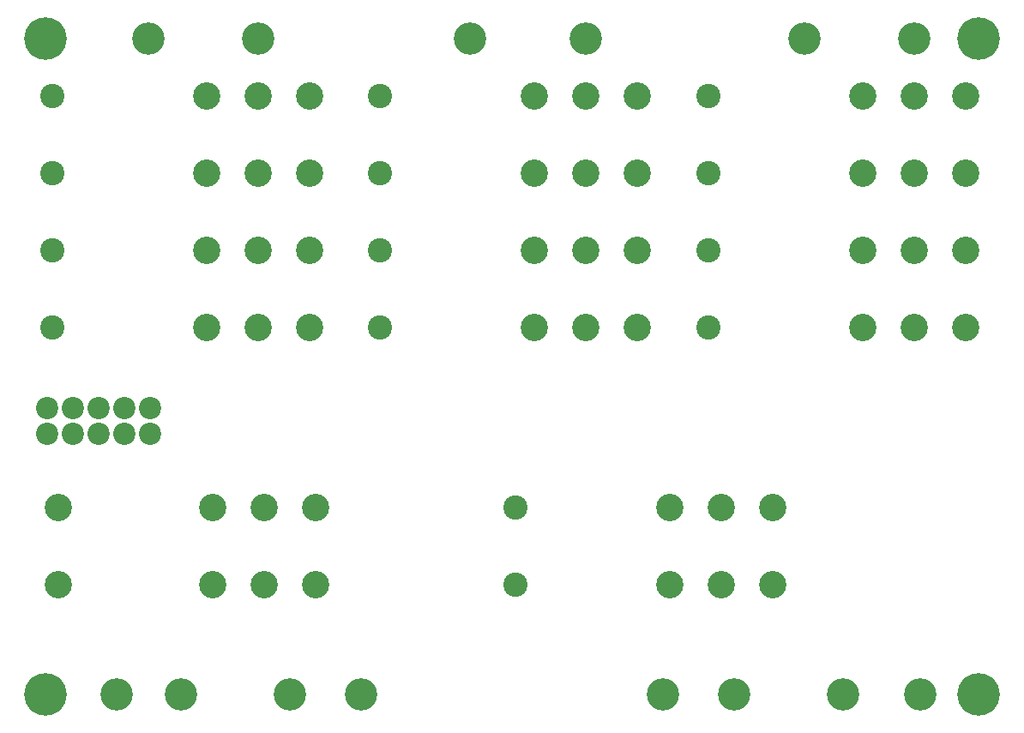
<source format=gbr>
%FSLAX34Y34*%
%MOMM*%
%LNSOLDERMASK_TOP*%
G71*
G01*
%ADD10C, 2.400*%
%ADD11C, 2.700*%
%ADD12C, 3.200*%
%ADD13C, 2.200*%
%ADD14C, 4.200*%
%LPD*%
X679450Y-82551D02*
G54D10*
D03*
X679450Y-158751D02*
G54D10*
D03*
X831850Y-82551D02*
G54D11*
D03*
X882650Y-82551D02*
G54D11*
D03*
X933450Y-82551D02*
G54D11*
D03*
X831850Y-158751D02*
G54D11*
D03*
X882650Y-158751D02*
G54D11*
D03*
X933450Y-158751D02*
G54D11*
D03*
X882650Y-25400D02*
G54D12*
D03*
X558800Y-25400D02*
G54D12*
D03*
X234950Y-25400D02*
G54D12*
D03*
X31750Y-234951D02*
G54D10*
D03*
X31750Y-311151D02*
G54D10*
D03*
X184150Y-234951D02*
G54D11*
D03*
X234950Y-234951D02*
G54D11*
D03*
X285750Y-234951D02*
G54D11*
D03*
X184150Y-311151D02*
G54D11*
D03*
X234950Y-311151D02*
G54D11*
D03*
X285750Y-311151D02*
G54D11*
D03*
X31750Y-82551D02*
G54D10*
D03*
X31750Y-158751D02*
G54D10*
D03*
X184150Y-82551D02*
G54D11*
D03*
X234950Y-82551D02*
G54D11*
D03*
X285750Y-82551D02*
G54D11*
D03*
X184150Y-158751D02*
G54D11*
D03*
X234950Y-158751D02*
G54D11*
D03*
X285750Y-158751D02*
G54D11*
D03*
X355600Y-82551D02*
G54D10*
D03*
X355600Y-158751D02*
G54D10*
D03*
X508000Y-82551D02*
G54D11*
D03*
X558800Y-82551D02*
G54D11*
D03*
X609600Y-82551D02*
G54D11*
D03*
X508000Y-158751D02*
G54D11*
D03*
X558800Y-158751D02*
G54D11*
D03*
X609600Y-158751D02*
G54D11*
D03*
X355601Y-234952D02*
G54D10*
D03*
X355601Y-311152D02*
G54D10*
D03*
X508001Y-234952D02*
G54D11*
D03*
X558801Y-234952D02*
G54D11*
D03*
X609601Y-234952D02*
G54D11*
D03*
X508001Y-311152D02*
G54D11*
D03*
X558801Y-311152D02*
G54D11*
D03*
X609601Y-311152D02*
G54D11*
D03*
X679450Y-234951D02*
G54D10*
D03*
X679450Y-311151D02*
G54D10*
D03*
X831850Y-234951D02*
G54D11*
D03*
X882650Y-234951D02*
G54D11*
D03*
X933450Y-234951D02*
G54D11*
D03*
X831850Y-311151D02*
G54D11*
D03*
X882650Y-311151D02*
G54D11*
D03*
X933450Y-311151D02*
G54D11*
D03*
X488950Y-488952D02*
G54D10*
D03*
X488950Y-565152D02*
G54D10*
D03*
X641350Y-488952D02*
G54D11*
D03*
X692150Y-488952D02*
G54D11*
D03*
X742950Y-488952D02*
G54D11*
D03*
X641350Y-565152D02*
G54D11*
D03*
X692150Y-565152D02*
G54D11*
D03*
X742950Y-565152D02*
G54D11*
D03*
X38100Y-488951D02*
G54D11*
D03*
X38100Y-565151D02*
G54D11*
D03*
X190500Y-488951D02*
G54D11*
D03*
X241300Y-488951D02*
G54D11*
D03*
X292100Y-488951D02*
G54D11*
D03*
X190500Y-565151D02*
G54D11*
D03*
X241300Y-565151D02*
G54D11*
D03*
X292100Y-565151D02*
G54D11*
D03*
X95250Y-673100D02*
G54D12*
D03*
X266700Y-673100D02*
G54D12*
D03*
X704850Y-673100D02*
G54D12*
D03*
X812800Y-673100D02*
G54D12*
D03*
X127000Y-25400D02*
G54D12*
D03*
X444500Y-25400D02*
G54D12*
D03*
X774700Y-25400D02*
G54D12*
D03*
X158750Y-673100D02*
G54D12*
D03*
X336550Y-673100D02*
G54D12*
D03*
X635000Y-673100D02*
G54D12*
D03*
X889000Y-673100D02*
G54D12*
D03*
X128492Y-390098D02*
G54D13*
D03*
X128492Y-415498D02*
G54D13*
D03*
X103092Y-390098D02*
G54D13*
D03*
X103092Y-415498D02*
G54D13*
D03*
X77692Y-390098D02*
G54D13*
D03*
X77692Y-415498D02*
G54D13*
D03*
X52292Y-390098D02*
G54D13*
D03*
X52292Y-415498D02*
G54D13*
D03*
X26892Y-390098D02*
G54D13*
D03*
X26892Y-415498D02*
G54D13*
D03*
X946150Y-25400D02*
G54D14*
D03*
X25400Y-25400D02*
G54D14*
D03*
X25400Y-673100D02*
G54D14*
D03*
X946150Y-673100D02*
G54D14*
D03*
M02*

</source>
